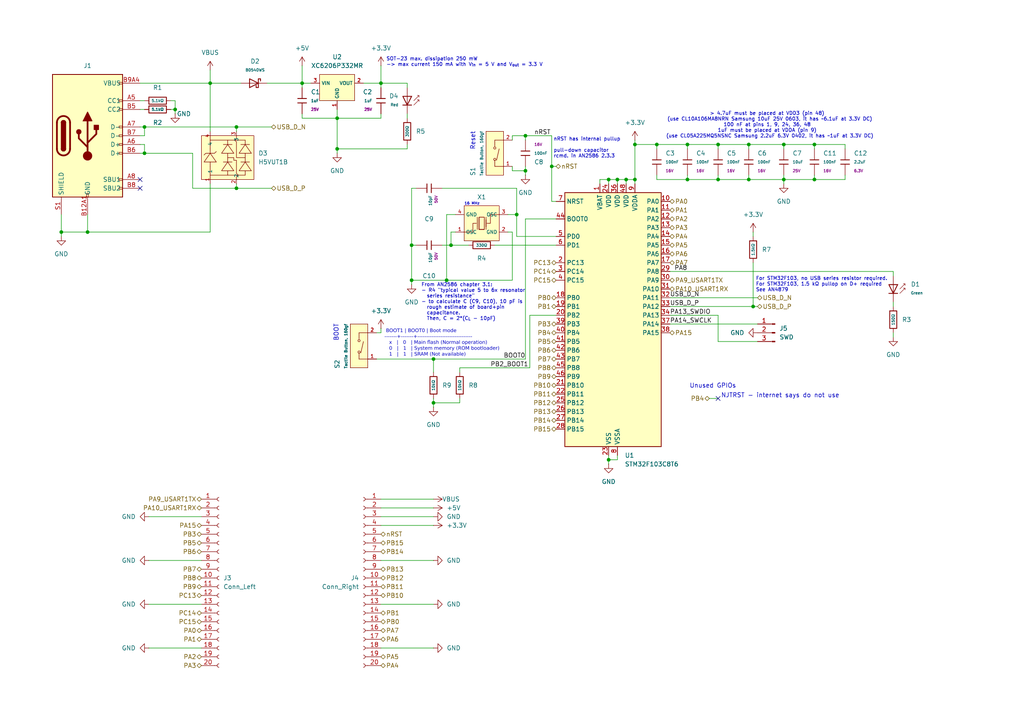
<source format=kicad_sch>
(kicad_sch
	(version 20250114)
	(generator "eeschema")
	(generator_version "9.0")
	(uuid "bca8bde7-1b71-423e-908f-8c2dd8a84df5")
	(paper "A4")
	(title_block
		(title "Pico STM32")
		(date "2025-09-05")
		(rev "1")
		(comment 1 "Copyright (c) 2025 Matthias Blankertz")
		(comment 2 "CC BY-SA 4.0")
	)
	
	(text "NJTRST - internet says do not use"
		(exclude_from_sim no)
		(at 226.314 114.808 0)
		(effects
			(font
				(size 1.27 1.27)
			)
		)
		(uuid "0de98a85-2cf7-4432-8650-a2f6ff1bb2bd")
	)
	(text "From AN2586 chapter 3.1:\n- R4 \"typical value 5 to 6x resonator\n  series resistance\"\n- to calculate C (C9, C10), 10 pF is\n  rough estimate of board+pin\n  capacitance.\n  Then, C = 2*(C_{L} - 10pF)"
		(exclude_from_sim no)
		(at 122.174 87.63 0)
		(effects
			(font
				(size 1.016 1.016)
			)
			(justify left)
			(href "https://www.st.com/resource/en/application_note/an2586-getting-started-with-stm32f10xxx-hardware-development-stmicroelectronics.pdf")
		)
		(uuid "176df50a-2bff-4e2c-ab47-bc8295068f50")
	)
	(text "nRST has internal pullup\n\npull-down capacitor\nrcmd. in AN2586 2.3.3"
		(exclude_from_sim no)
		(at 160.528 42.926 0)
		(effects
			(font
				(size 1.016 1.016)
			)
			(justify left)
		)
		(uuid "2be98501-37df-417a-ad86-6f0695c79dfa")
	)
	(text "Unused GPIOs"
		(exclude_from_sim no)
		(at 206.756 112.014 0)
		(effects
			(font
				(size 1.27 1.27)
			)
		)
		(uuid "51c5eb60-337e-43b4-95ae-026a33312373")
	)
	(text "SOT-23 max. dissipation 250 mW\n-> max current 150 mA with V_{in} = 5 V and V_{out} = 3.3 V"
		(exclude_from_sim no)
		(at 112.014 18.034 0)
		(effects
			(font
				(size 1.016 1.016)
			)
			(justify left)
		)
		(uuid "64608f3a-8257-4756-9539-456d0f847629")
	)
	(text "For STM32F103, no USB series resistor required.\nFor STM32F103, 1.5 kΩ pullop on D+ required\nSee AN4879"
		(exclude_from_sim no)
		(at 219.202 82.55 0)
		(effects
			(font
				(size 1.016 1.016)
			)
			(justify left)
			(href "https://www.st.com/resource/en/application_note/an4879-introduction-to-usb-hardware-and-pcb-guidelines-using-stm32-mcus-stmicroelectronics.pdf")
		)
		(uuid "923a1de2-3643-4080-9fb3-be3725fdf647")
	)
	(text "Reset"
		(exclude_from_sim no)
		(at 137.16 40.894 90)
		(effects
			(font
				(size 1.27 1.27)
			)
		)
		(uuid "9a0703c5-db31-4511-9301-5a1903bf4966")
	)
	(text " BOOT1 | BOOT0 | Boot mode\n-------+-------+-------------------------------\n   x   |   0   | Main flash (Normal operation) \n   0   |   1   | System memory (ROM bootloader)\n   1   |   1   | SRAM (Not available)    "
		(exclude_from_sim no)
		(at 111.506 99.822 0)
		(effects
			(font
				(face "Iosevka Fixed")
				(size 1.016 1.016)
			)
			(justify left)
		)
		(uuid "b229ff29-7b4e-4f5e-9307-6c0eb6b58f75")
	)
	(text "> 4.7uF must be placed at VDD3 (pin 48)\n  (use CL10A106MA8NRN Samsung 10uF 25V 0603, it has ~6.1uF at 3.3V DC)\n100 nF at pins 1, 9, 24, 36, 48\n1uF must be placed at VDDA (pin 9)\n  (use CL05A225MQ5NSNC Samsung 2.2uF 6.3V 0402, it has ~1uF at 3.3V DC)"
		(exclude_from_sim no)
		(at 222.504 36.322 0)
		(effects
			(font
				(size 1.016 1.016)
			)
		)
		(uuid "c7e8d18a-83ac-42b2-b506-7ba9b37b65f6")
	)
	(text "16 MHz"
		(exclude_from_sim no)
		(at 136.906 59.182 0)
		(effects
			(font
				(size 0.762 0.762)
			)
		)
		(uuid "d70d4257-6159-4ffa-9b12-2196703641cd")
	)
	(text "BOOT"
		(exclude_from_sim no)
		(at 97.536 96.52 90)
		(effects
			(font
				(size 1.27 1.27)
			)
		)
		(uuid "ff9fd2b2-9856-4537-9308-a463976340e4")
	)
	(junction
		(at 217.17 41.91)
		(diameter 0)
		(color 0 0 0 0)
		(uuid "065d8a08-0cc0-4d88-93a7-88b3b725b494")
	)
	(junction
		(at 50.8 31.75)
		(diameter 0)
		(color 0 0 0 0)
		(uuid "103c7078-b091-486c-9961-270d20c5fa4e")
	)
	(junction
		(at 119.38 71.12)
		(diameter 0)
		(color 0 0 0 0)
		(uuid "15413b07-760e-4612-bdb9-0c7dc4b805d0")
	)
	(junction
		(at 227.33 41.91)
		(diameter 0)
		(color 0 0 0 0)
		(uuid "1601b92f-71d9-4d86-992f-e61561130e14")
	)
	(junction
		(at 236.22 52.07)
		(diameter 0)
		(color 0 0 0 0)
		(uuid "19a2cf5b-9725-4a3c-8b9f-e3c7c652bc31")
	)
	(junction
		(at 119.38 81.28)
		(diameter 0)
		(color 0 0 0 0)
		(uuid "22183a79-352a-418e-9410-a081164910ab")
	)
	(junction
		(at 217.17 52.07)
		(diameter 0)
		(color 0 0 0 0)
		(uuid "2256fbd7-88da-4f86-8f52-e23ea7cebfa7")
	)
	(junction
		(at 176.53 133.35)
		(diameter 0)
		(color 0 0 0 0)
		(uuid "22ab1ee4-2596-4380-9289-7f99fefe9254")
	)
	(junction
		(at 97.79 43.18)
		(diameter 0)
		(color 0 0 0 0)
		(uuid "278f3007-587d-4cf7-9c18-84747c7ff29a")
	)
	(junction
		(at 152.4 39.37)
		(diameter 0)
		(color 0 0 0 0)
		(uuid "3168e21e-0f18-4020-9e1f-501e6a239c70")
	)
	(junction
		(at 130.81 71.12)
		(diameter 0)
		(color 0 0 0 0)
		(uuid "31dc9896-b36e-4eb4-8221-3d36e75247b5")
	)
	(junction
		(at 184.15 41.91)
		(diameter 0)
		(color 0 0 0 0)
		(uuid "33557d0c-5f70-4546-b478-094749793f07")
	)
	(junction
		(at 60.96 24.13)
		(diameter 0)
		(color 0 0 0 0)
		(uuid "39379791-c3bd-42da-9fb4-e87dd35b049b")
	)
	(junction
		(at 149.86 62.23)
		(diameter 0)
		(color 0 0 0 0)
		(uuid "3bd1067e-9fd9-4086-965a-3281a748804c")
	)
	(junction
		(at 68.58 54.61)
		(diameter 0)
		(color 0 0 0 0)
		(uuid "40f9cd4a-c934-47eb-b2ea-f151930eb46c")
	)
	(junction
		(at 199.39 41.91)
		(diameter 0)
		(color 0 0 0 0)
		(uuid "421724ed-ba9d-40d5-ba96-d9a8c55a9714")
	)
	(junction
		(at 110.49 24.13)
		(diameter 0)
		(color 0 0 0 0)
		(uuid "42ae7fa7-975c-4b9d-b61d-3b1757a0069f")
	)
	(junction
		(at 160.02 48.26)
		(diameter 0)
		(color 0 0 0 0)
		(uuid "4508a51a-0afe-4690-8b88-534cc0e6d891")
	)
	(junction
		(at 125.73 116.84)
		(diameter 0)
		(color 0 0 0 0)
		(uuid "4d000e9b-0676-4130-8f84-9d575bbaad57")
	)
	(junction
		(at 97.79 34.29)
		(diameter 0)
		(color 0 0 0 0)
		(uuid "620764c7-ce98-46b8-b03c-0dbce2e45af6")
	)
	(junction
		(at 181.61 52.07)
		(diameter 0)
		(color 0 0 0 0)
		(uuid "66aac186-b291-4fe5-abe7-3a005b31ce99")
	)
	(junction
		(at 208.28 41.91)
		(diameter 0)
		(color 0 0 0 0)
		(uuid "6725ce9c-ae8a-47d4-9e38-e905d0b3fd56")
	)
	(junction
		(at 87.63 24.13)
		(diameter 0)
		(color 0 0 0 0)
		(uuid "6e235f37-832b-40f5-a0bf-3837196270f2")
	)
	(junction
		(at 208.28 52.07)
		(diameter 0)
		(color 0 0 0 0)
		(uuid "77408af2-dee7-4b01-a160-e8b02254cd01")
	)
	(junction
		(at 199.39 52.07)
		(diameter 0)
		(color 0 0 0 0)
		(uuid "7970cdca-f962-4fae-a2b9-79985e96f473")
	)
	(junction
		(at 152.4 49.53)
		(diameter 0)
		(color 0 0 0 0)
		(uuid "8a7e82f3-8b14-42eb-be7f-be9905854acb")
	)
	(junction
		(at 41.91 44.45)
		(diameter 0)
		(color 0 0 0 0)
		(uuid "8d4d15e1-4622-4cfe-b72c-4bf1da183c0d")
	)
	(junction
		(at 179.07 52.07)
		(diameter 0)
		(color 0 0 0 0)
		(uuid "8ef48f3c-8372-4c96-90cc-688723088ee1")
	)
	(junction
		(at 176.53 52.07)
		(diameter 0)
		(color 0 0 0 0)
		(uuid "a777e426-f8d4-4d8e-a435-9f441d9ef241")
	)
	(junction
		(at 41.91 36.83)
		(diameter 0)
		(color 0 0 0 0)
		(uuid "b5ab0001-2136-4ab1-bc5c-218a0e327219")
	)
	(junction
		(at 129.54 81.28)
		(diameter 0)
		(color 0 0 0 0)
		(uuid "b9cee908-3d90-4d61-9acc-17cc3c752272")
	)
	(junction
		(at 190.5 41.91)
		(diameter 0)
		(color 0 0 0 0)
		(uuid "ba64f704-a023-4e84-b7c2-d42a5b748be0")
	)
	(junction
		(at 25.4 67.31)
		(diameter 0)
		(color 0 0 0 0)
		(uuid "bc3242d1-e7aa-4dd2-a8ea-7dc68ca5402d")
	)
	(junction
		(at 227.33 52.07)
		(diameter 0)
		(color 0 0 0 0)
		(uuid "c4958850-2520-437e-aee3-6ff0c9affc38")
	)
	(junction
		(at 184.15 52.07)
		(diameter 0)
		(color 0 0 0 0)
		(uuid "c899ae2f-4d41-4937-83b2-60035a1b6714")
	)
	(junction
		(at 218.44 88.9)
		(diameter 0)
		(color 0 0 0 0)
		(uuid "d030c756-8d9e-47a4-b01d-db1461876246")
	)
	(junction
		(at 125.73 104.14)
		(diameter 0)
		(color 0 0 0 0)
		(uuid "dd713638-8330-4d4e-9166-53531f6c61f5")
	)
	(junction
		(at 17.78 67.31)
		(diameter 0)
		(color 0 0 0 0)
		(uuid "e7fa8d3e-ffba-42d6-be8b-be07b35b23f8")
	)
	(junction
		(at 236.22 41.91)
		(diameter 0)
		(color 0 0 0 0)
		(uuid "f3a73adf-cd0b-42b8-83a3-441222f4b673")
	)
	(junction
		(at 68.58 36.83)
		(diameter 0)
		(color 0 0 0 0)
		(uuid "ffcf2942-a867-4fb0-9195-2750b27e5bee")
	)
	(no_connect
		(at 208.28 115.57)
		(uuid "2fd8e26c-4b23-4d9a-af38-2827c630dbcc")
	)
	(no_connect
		(at 40.64 54.61)
		(uuid "61e97ce0-595b-4816-b242-ef03e6c1d88d")
	)
	(no_connect
		(at 40.64 52.07)
		(uuid "e26ebe01-87ae-47ba-b97c-8ecb0eacd3b8")
	)
	(wire
		(pts
			(xy 236.22 41.91) (xy 245.11 41.91)
		)
		(stroke
			(width 0)
			(type default)
		)
		(uuid "0097b037-4430-45fb-946c-85f1fccc3d5c")
	)
	(wire
		(pts
			(xy 148.59 39.37) (xy 152.4 39.37)
		)
		(stroke
			(width 0)
			(type default)
		)
		(uuid "01a399c0-6e15-4412-b830-f88338aed5c0")
	)
	(wire
		(pts
			(xy 55.88 44.45) (xy 55.88 54.61)
		)
		(stroke
			(width 0)
			(type default)
		)
		(uuid "025f99fc-5cfb-481d-af4b-03cd703bb5eb")
	)
	(wire
		(pts
			(xy 227.33 52.07) (xy 227.33 53.34)
		)
		(stroke
			(width 0)
			(type default)
		)
		(uuid "0335a1b6-4505-4c65-aec4-b4419a7c90df")
	)
	(wire
		(pts
			(xy 190.5 52.07) (xy 199.39 52.07)
		)
		(stroke
			(width 0)
			(type default)
		)
		(uuid "03b490e4-dd04-4143-a932-6702d34fa076")
	)
	(wire
		(pts
			(xy 227.33 52.07) (xy 227.33 50.8)
		)
		(stroke
			(width 0)
			(type default)
		)
		(uuid "04d76157-c9e0-4f02-8ce2-0e6d5c6f2f8f")
	)
	(wire
		(pts
			(xy 105.41 24.13) (xy 110.49 24.13)
		)
		(stroke
			(width 0)
			(type default)
		)
		(uuid "0515086f-5e22-49a5-8cf4-bf8e1000405c")
	)
	(wire
		(pts
			(xy 217.17 41.91) (xy 227.33 41.91)
		)
		(stroke
			(width 0)
			(type default)
		)
		(uuid "054c11d5-3d3c-4a03-aecc-6f4cf8aaead7")
	)
	(wire
		(pts
			(xy 194.31 78.74) (xy 259.08 78.74)
		)
		(stroke
			(width 0)
			(type default)
		)
		(uuid "05f6f24a-51ab-41ca-bc04-584b4caf4f30")
	)
	(wire
		(pts
			(xy 87.63 33.02) (xy 87.63 34.29)
		)
		(stroke
			(width 0)
			(type default)
		)
		(uuid "070387b7-ff1c-4274-a63e-8e3660f735e1")
	)
	(wire
		(pts
			(xy 49.53 31.75) (xy 50.8 31.75)
		)
		(stroke
			(width 0)
			(type default)
		)
		(uuid "080f2a0c-6364-4bc3-9dbe-a067f2dfae67")
	)
	(wire
		(pts
			(xy 87.63 34.29) (xy 97.79 34.29)
		)
		(stroke
			(width 0)
			(type default)
		)
		(uuid "0916beaf-0094-4039-ab6a-f282d0a67c2e")
	)
	(wire
		(pts
			(xy 97.79 34.29) (xy 97.79 31.75)
		)
		(stroke
			(width 0)
			(type default)
		)
		(uuid "09549a0d-a9e2-4c94-82cd-ab6ed0a441ae")
	)
	(wire
		(pts
			(xy 217.17 52.07) (xy 227.33 52.07)
		)
		(stroke
			(width 0)
			(type default)
		)
		(uuid "0959e677-dfa9-4599-8694-5c5972fb2803")
	)
	(wire
		(pts
			(xy 119.38 81.28) (xy 129.54 81.28)
		)
		(stroke
			(width 0)
			(type default)
		)
		(uuid "0a416143-23ac-4545-8eef-ae880ecaf102")
	)
	(wire
		(pts
			(xy 130.81 67.31) (xy 130.81 71.12)
		)
		(stroke
			(width 0)
			(type default)
		)
		(uuid "0bbe351f-858d-4703-9800-dfa250a21279")
	)
	(wire
		(pts
			(xy 194.31 86.36) (xy 219.71 86.36)
		)
		(stroke
			(width 0)
			(type default)
		)
		(uuid "0c716ca3-2f56-4720-b4fb-38ed53141421")
	)
	(wire
		(pts
			(xy 97.79 43.18) (xy 97.79 34.29)
		)
		(stroke
			(width 0)
			(type default)
		)
		(uuid "0cdcc3b5-5cfc-40c8-b33b-6a9e6ad566f3")
	)
	(wire
		(pts
			(xy 184.15 41.91) (xy 184.15 52.07)
		)
		(stroke
			(width 0)
			(type default)
		)
		(uuid "0dc1b9f6-fd19-4414-bbc7-a91b4ad0c94b")
	)
	(wire
		(pts
			(xy 160.02 48.26) (xy 160.02 58.42)
		)
		(stroke
			(width 0)
			(type default)
		)
		(uuid "0f6c5b72-5dff-45e2-ba92-4861ec3e3e7e")
	)
	(wire
		(pts
			(xy 160.02 48.26) (xy 161.29 48.26)
		)
		(stroke
			(width 0)
			(type default)
		)
		(uuid "10bf5507-0ea9-4611-940e-2b51d0ab800d")
	)
	(wire
		(pts
			(xy 176.53 133.35) (xy 179.07 133.35)
		)
		(stroke
			(width 0)
			(type default)
		)
		(uuid "1130cc5e-8c8f-4bba-8f88-734b69ea4242")
	)
	(wire
		(pts
			(xy 40.64 36.83) (xy 41.91 36.83)
		)
		(stroke
			(width 0)
			(type default)
		)
		(uuid "12413652-0b9f-4790-a2a4-29086e8028a6")
	)
	(wire
		(pts
			(xy 118.11 41.91) (xy 118.11 43.18)
		)
		(stroke
			(width 0)
			(type default)
		)
		(uuid "12b2db09-979e-410f-a443-098cc835e58e")
	)
	(wire
		(pts
			(xy 199.39 41.91) (xy 199.39 43.18)
		)
		(stroke
			(width 0)
			(type default)
		)
		(uuid "13c4b3f7-53e7-4d41-bcbc-cab04e3563b1")
	)
	(wire
		(pts
			(xy 60.96 67.31) (xy 25.4 67.31)
		)
		(stroke
			(width 0)
			(type default)
		)
		(uuid "13d5e1bd-9636-4940-a436-cc09648f2a7d")
	)
	(wire
		(pts
			(xy 148.59 49.53) (xy 152.4 49.53)
		)
		(stroke
			(width 0)
			(type default)
		)
		(uuid "170ad039-596f-4980-8d32-15cf9b269ed2")
	)
	(wire
		(pts
			(xy 208.28 50.8) (xy 208.28 52.07)
		)
		(stroke
			(width 0)
			(type default)
		)
		(uuid "182e5232-0c66-4c2a-b93d-96a3c0e83063")
	)
	(wire
		(pts
			(xy 49.53 29.21) (xy 50.8 29.21)
		)
		(stroke
			(width 0)
			(type default)
		)
		(uuid "1b92e1a4-a62e-4999-bf30-81ac6f03a045")
	)
	(wire
		(pts
			(xy 68.58 53.34) (xy 68.58 54.61)
		)
		(stroke
			(width 0)
			(type default)
		)
		(uuid "1c618875-916e-4473-b51f-fbc7fb6be22e")
	)
	(wire
		(pts
			(xy 184.15 41.91) (xy 190.5 41.91)
		)
		(stroke
			(width 0)
			(type default)
		)
		(uuid "1d39a21f-7fb8-40b4-a13a-05bc329a7dfe")
	)
	(wire
		(pts
			(xy 110.49 19.05) (xy 110.49 24.13)
		)
		(stroke
			(width 0)
			(type default)
		)
		(uuid "1e84ca28-2ec2-4e4e-82ca-93dce779b195")
	)
	(wire
		(pts
			(xy 17.78 62.23) (xy 17.78 67.31)
		)
		(stroke
			(width 0)
			(type default)
		)
		(uuid "1f7b27e2-730c-4e88-b93d-8646c59b1bf4")
	)
	(wire
		(pts
			(xy 43.18 149.86) (xy 58.42 149.86)
		)
		(stroke
			(width 0)
			(type default)
		)
		(uuid "212f67e9-6148-4350-97ab-ac8bf9b0c148")
	)
	(wire
		(pts
			(xy 190.5 41.91) (xy 199.39 41.91)
		)
		(stroke
			(width 0)
			(type default)
		)
		(uuid "21ff2cbd-ece2-4314-af13-f0b02aefb6b3")
	)
	(wire
		(pts
			(xy 199.39 50.8) (xy 199.39 52.07)
		)
		(stroke
			(width 0)
			(type default)
		)
		(uuid "223195bf-982a-47bf-b7a1-05cafeb5433d")
	)
	(wire
		(pts
			(xy 133.35 106.68) (xy 153.67 106.68)
		)
		(stroke
			(width 0)
			(type default)
		)
		(uuid "22ab9b3b-841b-4efa-94a1-7cc12a197139")
	)
	(wire
		(pts
			(xy 208.28 91.44) (xy 208.28 99.06)
		)
		(stroke
			(width 0)
			(type default)
		)
		(uuid "258b7637-24cf-44b1-944f-558602ab9940")
	)
	(wire
		(pts
			(xy 120.65 54.61) (xy 119.38 54.61)
		)
		(stroke
			(width 0)
			(type default)
		)
		(uuid "2940b18d-0e4b-44f8-a084-c9f4a533d28b")
	)
	(wire
		(pts
			(xy 194.31 91.44) (xy 208.28 91.44)
		)
		(stroke
			(width 0)
			(type default)
		)
		(uuid "2c503e6f-8d32-46eb-ab74-8d2fc071f6a6")
	)
	(wire
		(pts
			(xy 41.91 36.83) (xy 68.58 36.83)
		)
		(stroke
			(width 0)
			(type default)
		)
		(uuid "2cabf226-415f-4a5f-911f-fc9459423348")
	)
	(wire
		(pts
			(xy 40.64 29.21) (xy 41.91 29.21)
		)
		(stroke
			(width 0)
			(type default)
		)
		(uuid "2ec23ed1-7b31-4876-9b3e-68d82f31f9a1")
	)
	(wire
		(pts
			(xy 218.44 88.9) (xy 219.71 88.9)
		)
		(stroke
			(width 0)
			(type default)
		)
		(uuid "30ec33a5-b646-405b-978c-70c5609ceeb1")
	)
	(wire
		(pts
			(xy 40.64 24.13) (xy 60.96 24.13)
		)
		(stroke
			(width 0)
			(type default)
		)
		(uuid "3187461c-d0a8-464d-98eb-213fcea72b62")
	)
	(wire
		(pts
			(xy 205.74 115.57) (xy 208.28 115.57)
		)
		(stroke
			(width 0)
			(type default)
		)
		(uuid "32236a9c-30d4-42a8-8fa6-3ef673c95b64")
	)
	(wire
		(pts
			(xy 119.38 82.55) (xy 119.38 81.28)
		)
		(stroke
			(width 0)
			(type default)
		)
		(uuid "3455cfc2-b98b-4e08-93da-14d84a0d30da")
	)
	(wire
		(pts
			(xy 176.53 133.35) (xy 176.53 134.62)
		)
		(stroke
			(width 0)
			(type default)
		)
		(uuid "345ad477-02fa-4d31-9efe-bcc6f2559e7c")
	)
	(wire
		(pts
			(xy 217.17 50.8) (xy 217.17 52.07)
		)
		(stroke
			(width 0)
			(type default)
		)
		(uuid "348ba0ac-8c92-4d0a-acb7-ec44b778b247")
	)
	(wire
		(pts
			(xy 148.59 40.64) (xy 148.59 39.37)
		)
		(stroke
			(width 0)
			(type default)
		)
		(uuid "364ed3ba-985f-4b25-a7e7-32aa150174dc")
	)
	(wire
		(pts
			(xy 259.08 96.52) (xy 259.08 97.79)
		)
		(stroke
			(width 0)
			(type default)
		)
		(uuid "371470ff-1404-48bd-9243-660b7f58cbe8")
	)
	(wire
		(pts
			(xy 125.73 144.78) (xy 110.49 144.78)
		)
		(stroke
			(width 0)
			(type default)
		)
		(uuid "385beb60-4fe4-4cd3-948b-867d317a9935")
	)
	(wire
		(pts
			(xy 118.11 33.02) (xy 118.11 34.29)
		)
		(stroke
			(width 0)
			(type default)
		)
		(uuid "39eca7aa-cad0-483b-8aad-e6c66b062b4f")
	)
	(wire
		(pts
			(xy 184.15 52.07) (xy 184.15 53.34)
		)
		(stroke
			(width 0)
			(type default)
		)
		(uuid "3be7f800-4021-4a45-a761-a596f8f144aa")
	)
	(wire
		(pts
			(xy 259.08 87.63) (xy 259.08 88.9)
		)
		(stroke
			(width 0)
			(type default)
		)
		(uuid "3f809cb4-0527-489a-9dac-70c3ca52fa9a")
	)
	(wire
		(pts
			(xy 25.4 67.31) (xy 25.4 62.23)
		)
		(stroke
			(width 0)
			(type default)
		)
		(uuid "40f8939b-0785-4ada-a543-c82c5669a1b1")
	)
	(wire
		(pts
			(xy 125.73 104.14) (xy 152.4 104.14)
		)
		(stroke
			(width 0)
			(type default)
		)
		(uuid "434f09b7-54f7-441e-8876-c781ee887611")
	)
	(wire
		(pts
			(xy 161.29 63.5) (xy 152.4 63.5)
		)
		(stroke
			(width 0)
			(type default)
		)
		(uuid "476d73e8-0433-4fa3-a3da-b352adea2c0d")
	)
	(wire
		(pts
			(xy 227.33 52.07) (xy 236.22 52.07)
		)
		(stroke
			(width 0)
			(type default)
		)
		(uuid "49a21735-870a-4e5f-85a5-bb8c80248446")
	)
	(wire
		(pts
			(xy 110.49 24.13) (xy 118.11 24.13)
		)
		(stroke
			(width 0)
			(type default)
		)
		(uuid "4b88a0dd-f525-4260-a933-daf8008f26a4")
	)
	(wire
		(pts
			(xy 125.73 104.14) (xy 125.73 107.95)
		)
		(stroke
			(width 0)
			(type default)
		)
		(uuid "4d00e364-1bd6-4eb7-9eae-4dffd132e4ef")
	)
	(wire
		(pts
			(xy 110.49 34.29) (xy 97.79 34.29)
		)
		(stroke
			(width 0)
			(type default)
		)
		(uuid "51cf0bf4-f4e0-4c33-b39d-a40ffee22c2d")
	)
	(wire
		(pts
			(xy 110.49 95.25) (xy 110.49 96.52)
		)
		(stroke
			(width 0)
			(type default)
		)
		(uuid "5207621d-c25b-4b36-9b52-4e922fda3dbe")
	)
	(wire
		(pts
			(xy 147.32 62.23) (xy 149.86 62.23)
		)
		(stroke
			(width 0)
			(type default)
		)
		(uuid "55ec3e1f-eaf9-48d7-984d-4fbcc3489f73")
	)
	(wire
		(pts
			(xy 119.38 81.28) (xy 119.38 71.12)
		)
		(stroke
			(width 0)
			(type default)
		)
		(uuid "56ced05a-af91-4822-a88e-1fd969b3db06")
	)
	(wire
		(pts
			(xy 128.27 71.12) (xy 130.81 71.12)
		)
		(stroke
			(width 0)
			(type default)
		)
		(uuid "5926bfd7-bb33-4c3f-b86a-0d6a379dfaf6")
	)
	(wire
		(pts
			(xy 208.28 41.91) (xy 199.39 41.91)
		)
		(stroke
			(width 0)
			(type default)
		)
		(uuid "593e1593-5ba3-4e65-aed3-72d4ab1e5b71")
	)
	(wire
		(pts
			(xy 125.73 149.86) (xy 110.49 149.86)
		)
		(stroke
			(width 0)
			(type default)
		)
		(uuid "593e2651-fdab-40bc-a01e-0ce3da57d4f5")
	)
	(wire
		(pts
			(xy 68.58 36.83) (xy 78.74 36.83)
		)
		(stroke
			(width 0)
			(type default)
		)
		(uuid "5b97d234-e498-4d8b-80c5-25087c37c863")
	)
	(wire
		(pts
			(xy 60.96 20.32) (xy 60.96 24.13)
		)
		(stroke
			(width 0)
			(type default)
		)
		(uuid "5f5bc9cd-f563-4fad-be54-78bdab75c228")
	)
	(wire
		(pts
			(xy 227.33 41.91) (xy 236.22 41.91)
		)
		(stroke
			(width 0)
			(type default)
		)
		(uuid "6083a791-9ce7-4fd8-816c-837580603d6b")
	)
	(wire
		(pts
			(xy 179.07 52.07) (xy 179.07 53.34)
		)
		(stroke
			(width 0)
			(type default)
		)
		(uuid "60847e99-495e-4112-880b-f814aee5838f")
	)
	(wire
		(pts
			(xy 125.73 187.96) (xy 110.49 187.96)
		)
		(stroke
			(width 0)
			(type default)
		)
		(uuid "60ec02ad-8b01-40dd-bd3c-76b4f7e4c1d4")
	)
	(wire
		(pts
			(xy 110.49 33.02) (xy 110.49 34.29)
		)
		(stroke
			(width 0)
			(type default)
		)
		(uuid "625a30e7-9564-47a8-8c9f-7208fbb65b67")
	)
	(wire
		(pts
			(xy 190.5 41.91) (xy 190.5 43.18)
		)
		(stroke
			(width 0)
			(type default)
		)
		(uuid "62cf9b78-46d6-488c-ae7a-113b09b3d341")
	)
	(wire
		(pts
			(xy 40.64 41.91) (xy 41.91 41.91)
		)
		(stroke
			(width 0)
			(type default)
		)
		(uuid "643bbc9e-2b05-4175-8968-57a98c401ed5")
	)
	(wire
		(pts
			(xy 125.73 162.56) (xy 110.49 162.56)
		)
		(stroke
			(width 0)
			(type default)
		)
		(uuid "6449dbc7-12a0-4677-984d-6f0b63ee6f63")
	)
	(wire
		(pts
			(xy 179.07 52.07) (xy 181.61 52.07)
		)
		(stroke
			(width 0)
			(type default)
		)
		(uuid "6476b196-d7e0-4527-8a59-ede3b00abf97")
	)
	(wire
		(pts
			(xy 176.53 52.07) (xy 179.07 52.07)
		)
		(stroke
			(width 0)
			(type default)
		)
		(uuid "68a14b13-3827-47ec-99e2-c6962b022a67")
	)
	(wire
		(pts
			(xy 236.22 52.07) (xy 245.11 52.07)
		)
		(stroke
			(width 0)
			(type default)
		)
		(uuid "6c658b45-4020-4105-963e-b3676651ba6d")
	)
	(wire
		(pts
			(xy 218.44 67.31) (xy 218.44 68.58)
		)
		(stroke
			(width 0)
			(type default)
		)
		(uuid "6f456bcd-5d4d-471d-8e13-4ead500dc0d5")
	)
	(wire
		(pts
			(xy 97.79 43.18) (xy 118.11 43.18)
		)
		(stroke
			(width 0)
			(type default)
		)
		(uuid "7153e7cc-5019-49ad-bc6c-786064a3c419")
	)
	(wire
		(pts
			(xy 125.73 115.57) (xy 125.73 116.84)
		)
		(stroke
			(width 0)
			(type default)
		)
		(uuid "71e95f9f-6ec9-4d5a-876a-9f73ed21d449")
	)
	(wire
		(pts
			(xy 129.54 81.28) (xy 148.59 81.28)
		)
		(stroke
			(width 0)
			(type default)
		)
		(uuid "73e47769-26b0-4b08-8758-a472b76152f9")
	)
	(wire
		(pts
			(xy 236.22 41.91) (xy 236.22 43.18)
		)
		(stroke
			(width 0)
			(type default)
		)
		(uuid "794ab667-c11b-4dfa-a362-8da8bdbce002")
	)
	(wire
		(pts
			(xy 153.67 106.68) (xy 153.67 91.44)
		)
		(stroke
			(width 0)
			(type default)
		)
		(uuid "797d097b-2be1-4e96-b46c-39ed5cbd89be")
	)
	(wire
		(pts
			(xy 160.02 58.42) (xy 161.29 58.42)
		)
		(stroke
			(width 0)
			(type default)
		)
		(uuid "7a0c1037-10fe-4d94-80a9-a067a8220228")
	)
	(wire
		(pts
			(xy 179.07 133.35) (xy 179.07 132.08)
		)
		(stroke
			(width 0)
			(type default)
		)
		(uuid "7a45c7c6-fe16-4faf-b666-de1a35a6741c")
	)
	(wire
		(pts
			(xy 208.28 41.91) (xy 208.28 43.18)
		)
		(stroke
			(width 0)
			(type default)
		)
		(uuid "7c22b9eb-d6e1-429e-ad7e-66f60c5a577c")
	)
	(wire
		(pts
			(xy 41.91 36.83) (xy 41.91 39.37)
		)
		(stroke
			(width 0)
			(type default)
		)
		(uuid "7c9eec9e-c747-4d50-8381-d15948de8d34")
	)
	(wire
		(pts
			(xy 152.4 63.5) (xy 152.4 104.14)
		)
		(stroke
			(width 0)
			(type default)
		)
		(uuid "81d8f5c0-f239-4e87-82db-54a04d48fd56")
	)
	(wire
		(pts
			(xy 148.59 49.53) (xy 148.59 48.26)
		)
		(stroke
			(width 0)
			(type default)
		)
		(uuid "85ce16ca-c2c7-43e9-b757-17791e05c255")
	)
	(wire
		(pts
			(xy 87.63 24.13) (xy 87.63 25.4)
		)
		(stroke
			(width 0)
			(type default)
		)
		(uuid "88784411-f0ff-47fc-8395-fc5b74e6deca")
	)
	(wire
		(pts
			(xy 148.59 67.31) (xy 148.59 81.28)
		)
		(stroke
			(width 0)
			(type default)
		)
		(uuid "88ec6734-e02f-4e96-8eef-7909f2a95585")
	)
	(wire
		(pts
			(xy 118.11 24.13) (xy 118.11 25.4)
		)
		(stroke
			(width 0)
			(type default)
		)
		(uuid "893c3585-5003-4114-8a25-bee4a3a97b8a")
	)
	(wire
		(pts
			(xy 120.65 71.12) (xy 119.38 71.12)
		)
		(stroke
			(width 0)
			(type default)
		)
		(uuid "89425256-6e23-45aa-861d-09d30ab10d1a")
	)
	(wire
		(pts
			(xy 110.49 96.52) (xy 109.22 96.52)
		)
		(stroke
			(width 0)
			(type default)
		)
		(uuid "8ab917fe-0a88-41e1-8227-5db2998ccc87")
	)
	(wire
		(pts
			(xy 50.8 31.75) (xy 50.8 33.02)
		)
		(stroke
			(width 0)
			(type default)
		)
		(uuid "8ac1172b-49cf-4729-82d7-4c44a1317776")
	)
	(wire
		(pts
			(xy 176.53 52.07) (xy 176.53 53.34)
		)
		(stroke
			(width 0)
			(type default)
		)
		(uuid "8b61a8ee-9183-4762-a892-38f93772fb54")
	)
	(wire
		(pts
			(xy 173.99 52.07) (xy 176.53 52.07)
		)
		(stroke
			(width 0)
			(type default)
		)
		(uuid "8cd46e7a-1013-439f-bf84-de2ebe9b4d59")
	)
	(wire
		(pts
			(xy 68.58 36.83) (xy 68.58 38.1)
		)
		(stroke
			(width 0)
			(type default)
		)
		(uuid "8eec735f-fd3f-4c75-a448-09687b31c790")
	)
	(wire
		(pts
			(xy 194.31 88.9) (xy 218.44 88.9)
		)
		(stroke
			(width 0)
			(type default)
		)
		(uuid "8f783960-9575-487d-b5df-a8b4e4c07913")
	)
	(wire
		(pts
			(xy 50.8 29.21) (xy 50.8 31.75)
		)
		(stroke
			(width 0)
			(type default)
		)
		(uuid "8f8fd213-4471-4323-b070-8d637ffd645e")
	)
	(wire
		(pts
			(xy 77.47 24.13) (xy 87.63 24.13)
		)
		(stroke
			(width 0)
			(type default)
		)
		(uuid "91c8da10-ccea-456b-ac64-1f17854e80c6")
	)
	(wire
		(pts
			(xy 125.73 116.84) (xy 125.73 118.11)
		)
		(stroke
			(width 0)
			(type default)
		)
		(uuid "91e6f490-4c2c-40fa-bb65-7b33ff67c893")
	)
	(wire
		(pts
			(xy 152.4 49.53) (xy 152.4 50.8)
		)
		(stroke
			(width 0)
			(type default)
		)
		(uuid "957be608-b024-4b9f-9954-bdcfeea0a048")
	)
	(wire
		(pts
			(xy 128.27 54.61) (xy 149.86 54.61)
		)
		(stroke
			(width 0)
			(type default)
		)
		(uuid "9610f41a-174e-4b23-a50b-78ec3609df28")
	)
	(wire
		(pts
			(xy 190.5 50.8) (xy 190.5 52.07)
		)
		(stroke
			(width 0)
			(type default)
		)
		(uuid "9a03175a-7f65-4cd6-a3d7-9ac4bd3ef52a")
	)
	(wire
		(pts
			(xy 132.08 62.23) (xy 129.54 62.23)
		)
		(stroke
			(width 0)
			(type default)
		)
		(uuid "9e301703-c39c-4c36-926f-9978f197300b")
	)
	(wire
		(pts
			(xy 60.96 24.13) (xy 60.96 38.1)
		)
		(stroke
			(width 0)
			(type default)
		)
		(uuid "9ece7b7b-3ce5-4614-8889-d228f80a72de")
	)
	(wire
		(pts
			(xy 184.15 40.64) (xy 184.15 41.91)
		)
		(stroke
			(width 0)
			(type default)
		)
		(uuid "9f94deb8-f3e5-4fd5-bcb6-627f38bb2e8a")
	)
	(wire
		(pts
			(xy 110.49 152.4) (xy 125.73 152.4)
		)
		(stroke
			(width 0)
			(type default)
		)
		(uuid "a1ff2e65-29cd-4bff-8467-8448f3a52a47")
	)
	(wire
		(pts
			(xy 153.67 91.44) (xy 161.29 91.44)
		)
		(stroke
			(width 0)
			(type default)
		)
		(uuid "a4fe3b2a-2c94-41af-8961-bc61c6befa8b")
	)
	(wire
		(pts
			(xy 245.11 41.91) (xy 245.11 43.18)
		)
		(stroke
			(width 0)
			(type default)
		)
		(uuid "a53ff22a-13d9-4ec1-9ac8-0f70cb53e0ef")
	)
	(wire
		(pts
			(xy 125.73 147.32) (xy 110.49 147.32)
		)
		(stroke
			(width 0)
			(type default)
		)
		(uuid "a6e5fe24-7338-4132-ab2e-e15765defd5a")
	)
	(wire
		(pts
			(xy 160.02 39.37) (xy 160.02 48.26)
		)
		(stroke
			(width 0)
			(type default)
		)
		(uuid "a7ac0b92-8565-471f-8b72-b30223f713d6")
	)
	(wire
		(pts
			(xy 218.44 76.2) (xy 218.44 88.9)
		)
		(stroke
			(width 0)
			(type default)
		)
		(uuid "a832cf45-ef5d-4e25-a7df-75b2dd1aa2cc")
	)
	(wire
		(pts
			(xy 119.38 71.12) (xy 119.38 54.61)
		)
		(stroke
			(width 0)
			(type default)
		)
		(uuid "a92bc40f-0094-4c69-899a-49a6dae6b7ae")
	)
	(wire
		(pts
			(xy 17.78 67.31) (xy 17.78 68.58)
		)
		(stroke
			(width 0)
			(type default)
		)
		(uuid "aa408401-686e-4243-92a8-8ca2f34ad7eb")
	)
	(wire
		(pts
			(xy 149.86 62.23) (xy 149.86 54.61)
		)
		(stroke
			(width 0)
			(type default)
		)
		(uuid "aad93ab5-c463-4c2b-ba4c-75c4d8ecbae9")
	)
	(wire
		(pts
			(xy 43.18 162.56) (xy 58.42 162.56)
		)
		(stroke
			(width 0)
			(type default)
		)
		(uuid "ac809e06-9f7e-4404-ac2f-24c6f4e46ed7")
	)
	(wire
		(pts
			(xy 208.28 52.07) (xy 217.17 52.07)
		)
		(stroke
			(width 0)
			(type default)
		)
		(uuid "b28a9049-19e9-4276-824a-2c282c5a92db")
	)
	(wire
		(pts
			(xy 199.39 52.07) (xy 208.28 52.07)
		)
		(stroke
			(width 0)
			(type default)
		)
		(uuid "b4392472-d169-41d6-bce0-df269c3cba02")
	)
	(wire
		(pts
			(xy 87.63 19.05) (xy 87.63 24.13)
		)
		(stroke
			(width 0)
			(type default)
		)
		(uuid "b4b17d82-abed-43a0-b91b-ac4a5ab9120a")
	)
	(wire
		(pts
			(xy 109.22 104.14) (xy 125.73 104.14)
		)
		(stroke
			(width 0)
			(type default)
		)
		(uuid "b53c2633-43a0-4d31-b497-3305b05e9b37")
	)
	(wire
		(pts
			(xy 147.32 67.31) (xy 148.59 67.31)
		)
		(stroke
			(width 0)
			(type default)
		)
		(uuid "b84f4aad-639d-4cd9-9484-9add37f0da39")
	)
	(wire
		(pts
			(xy 227.33 43.18) (xy 227.33 41.91)
		)
		(stroke
			(width 0)
			(type default)
		)
		(uuid "b8e813b3-9a73-4495-a4f5-7d912f53d029")
	)
	(wire
		(pts
			(xy 97.79 44.45) (xy 97.79 43.18)
		)
		(stroke
			(width 0)
			(type default)
		)
		(uuid "b911981b-d832-4ba3-870a-6bbb71fd1e81")
	)
	(wire
		(pts
			(xy 17.78 67.31) (xy 25.4 67.31)
		)
		(stroke
			(width 0)
			(type default)
		)
		(uuid "bbcde3bb-2163-496b-90f4-7391bebea132")
	)
	(wire
		(pts
			(xy 149.86 68.58) (xy 149.86 62.23)
		)
		(stroke
			(width 0)
			(type default)
		)
		(uuid "bcdc975d-2a05-474b-9281-d30664d6a32a")
	)
	(wire
		(pts
			(xy 55.88 54.61) (xy 68.58 54.61)
		)
		(stroke
			(width 0)
			(type default)
		)
		(uuid "bda5570b-be94-4dfd-ab66-ab9d7e222b0d")
	)
	(wire
		(pts
			(xy 236.22 52.07) (xy 236.22 50.8)
		)
		(stroke
			(width 0)
			(type default)
		)
		(uuid "c08427e8-30af-47ba-8bfa-50669b208c8d")
	)
	(wire
		(pts
			(xy 259.08 78.74) (xy 259.08 80.01)
		)
		(stroke
			(width 0)
			(type default)
		)
		(uuid "c261f353-d894-411c-8c3c-87aee846fcfe")
	)
	(wire
		(pts
			(xy 125.73 175.26) (xy 110.49 175.26)
		)
		(stroke
			(width 0)
			(type default)
		)
		(uuid "c3a628f3-16ca-4308-9705-79b7f122d855")
	)
	(wire
		(pts
			(xy 217.17 41.91) (xy 217.17 43.18)
		)
		(stroke
			(width 0)
			(type default)
		)
		(uuid "c4ae7d83-7d30-4083-badd-d0aa6cef50df")
	)
	(wire
		(pts
			(xy 245.11 52.07) (xy 245.11 50.8)
		)
		(stroke
			(width 0)
			(type default)
		)
		(uuid "cad572a1-cb74-4f77-b9c0-03354eb3dffe")
	)
	(wire
		(pts
			(xy 41.91 44.45) (xy 55.88 44.45)
		)
		(stroke
			(width 0)
			(type default)
		)
		(uuid "cbc13e4c-fcbf-40b2-b1a8-e3714e13d23d")
	)
	(wire
		(pts
			(xy 132.08 67.31) (xy 130.81 67.31)
		)
		(stroke
			(width 0)
			(type default)
		)
		(uuid "ccecd900-073f-4773-a29b-1b61d488bf7c")
	)
	(wire
		(pts
			(xy 194.31 93.98) (xy 219.71 93.98)
		)
		(stroke
			(width 0)
			(type default)
		)
		(uuid "ccf5e18a-82a2-456d-9450-1445b5b6b262")
	)
	(wire
		(pts
			(xy 41.91 44.45) (xy 40.64 44.45)
		)
		(stroke
			(width 0)
			(type default)
		)
		(uuid "cd63c8ec-6db2-4644-bdfb-262952751cbe")
	)
	(wire
		(pts
			(xy 129.54 62.23) (xy 129.54 81.28)
		)
		(stroke
			(width 0)
			(type default)
		)
		(uuid "ce687da7-98af-4c59-ad7d-9c69fad581f8")
	)
	(wire
		(pts
			(xy 152.4 39.37) (xy 152.4 40.64)
		)
		(stroke
			(width 0)
			(type default)
		)
		(uuid "d0700500-0ac5-416c-9910-6c382a25a5aa")
	)
	(wire
		(pts
			(xy 41.91 41.91) (xy 41.91 44.45)
		)
		(stroke
			(width 0)
			(type default)
		)
		(uuid "d243768d-fd8b-47cd-9c66-8b796ecc7af4")
	)
	(wire
		(pts
			(xy 133.35 116.84) (xy 125.73 116.84)
		)
		(stroke
			(width 0)
			(type default)
		)
		(uuid "d31b2331-be5d-4da2-98d5-9e1c7e6015e7")
	)
	(wire
		(pts
			(xy 152.4 48.26) (xy 152.4 49.53)
		)
		(stroke
			(width 0)
			(type default)
		)
		(uuid "d58a7961-c19e-4d6b-93e4-51d15cb2f897")
	)
	(wire
		(pts
			(xy 68.58 54.61) (xy 78.74 54.61)
		)
		(stroke
			(width 0)
			(type default)
		)
		(uuid "da0e1a54-9a5d-41ea-88d2-a8022bfbf05b")
	)
	(wire
		(pts
			(xy 133.35 106.68) (xy 133.35 107.95)
		)
		(stroke
			(width 0)
			(type default)
		)
		(uuid "db6a39b2-ab4b-4fbb-b18f-9ff823f672ee")
	)
	(wire
		(pts
			(xy 217.17 41.91) (xy 208.28 41.91)
		)
		(stroke
			(width 0)
			(type default)
		)
		(uuid "dc4c8322-4e08-4699-930d-aefe289960a9")
	)
	(wire
		(pts
			(xy 181.61 52.07) (xy 181.61 53.34)
		)
		(stroke
			(width 0)
			(type default)
		)
		(uuid "dd644320-aa92-43fd-9a1d-407aebae1c0d")
	)
	(wire
		(pts
			(xy 130.81 71.12) (xy 135.89 71.12)
		)
		(stroke
			(width 0)
			(type default)
		)
		(uuid "dfc26c7c-5d31-44f9-862b-fa3c0f51d30e")
	)
	(wire
		(pts
			(xy 152.4 39.37) (xy 160.02 39.37)
		)
		(stroke
			(width 0)
			(type default)
		)
		(uuid "dfecdc3b-d928-4656-b199-3a801ee6b24c")
	)
	(wire
		(pts
			(xy 43.18 175.26) (xy 58.42 175.26)
		)
		(stroke
			(width 0)
			(type default)
		)
		(uuid "e114854d-6eb6-42bd-90c6-dbbc56ccc3bb")
	)
	(wire
		(pts
			(xy 133.35 115.57) (xy 133.35 116.84)
		)
		(stroke
			(width 0)
			(type default)
		)
		(uuid "e212ea57-fab4-4d88-a1fe-1f332db27fb8")
	)
	(wire
		(pts
			(xy 60.96 53.34) (xy 60.96 67.31)
		)
		(stroke
			(width 0)
			(type default)
		)
		(uuid "e24775dd-26c1-4f80-87a4-7199ba0f2b94")
	)
	(wire
		(pts
			(xy 43.18 187.96) (xy 58.42 187.96)
		)
		(stroke
			(width 0)
			(type default)
		)
		(uuid "e31f93e9-25a0-4632-b863-201e22e9f81e")
	)
	(wire
		(pts
			(xy 90.17 24.13) (xy 87.63 24.13)
		)
		(stroke
			(width 0)
			(type default)
		)
		(uuid "e4e8e543-bdce-4170-a9ce-419be1e80151")
	)
	(wire
		(pts
			(xy 173.99 53.34) (xy 173.99 52.07)
		)
		(stroke
			(width 0)
			(type default)
		)
		(uuid "ec7fa9b0-5c01-4be7-af4b-308aca42352c")
	)
	(wire
		(pts
			(xy 143.51 71.12) (xy 161.29 71.12)
		)
		(stroke
			(width 0)
			(type default)
		)
		(uuid "ee29edf1-7f56-4b93-b27e-af9556f9182b")
	)
	(wire
		(pts
			(xy 181.61 52.07) (xy 184.15 52.07)
		)
		(stroke
			(width 0)
			(type default)
		)
		(uuid "f0fb9528-74d1-43ca-bfeb-1e20920bfa15")
	)
	(wire
		(pts
			(xy 40.64 31.75) (xy 41.91 31.75)
		)
		(stroke
			(width 0)
			(type default)
		)
		(uuid "f1a378cd-1ca7-4a7c-8449-d8409179f850")
	)
	(wire
		(pts
			(xy 208.28 99.06) (xy 219.71 99.06)
		)
		(stroke
			(width 0)
			(type default)
		)
		(uuid "f3922ef8-1800-4e38-b275-82396769a203")
	)
	(wire
		(pts
			(xy 161.29 68.58) (xy 149.86 68.58)
		)
		(stroke
			(width 0)
			(type default)
		)
		(uuid "f415b1e7-4f02-4fbd-a7ee-4a35220f5130")
	)
	(wire
		(pts
			(xy 176.53 132.08) (xy 176.53 133.35)
		)
		(stroke
			(width 0)
			(type default)
		)
		(uuid "f717693e-b495-45d4-af38-8cb0f6f736c5")
	)
	(wire
		(pts
			(xy 60.96 24.13) (xy 69.85 24.13)
		)
		(stroke
			(width 0)
			(type default)
		)
		(uuid "fae724b7-23fc-4999-85c5-cf2101f567d1")
	)
	(wire
		(pts
			(xy 41.91 39.37) (xy 40.64 39.37)
		)
		(stroke
			(width 0)
			(type default)
		)
		(uuid "fecc5ca3-1654-4752-aef7-f07b775f1952")
	)
	(wire
		(pts
			(xy 110.49 24.13) (xy 110.49 25.4)
		)
		(stroke
			(width 0)
			(type default)
		)
		(uuid "ffb6efc4-9bf4-483c-a5b7-70f6b29a36a8")
	)
	(label "PA14_SWCLK"
		(at 194.31 93.98 0)
		(effects
			(font
				(size 1.27 1.27)
			)
			(justify left bottom)
		)
		(uuid "0a7e8888-2a95-44f5-b56f-717cf2ddc9f9")
	)
	(label "PA8"
		(at 195.58 78.74 0)
		(effects
			(font
				(size 1.27 1.27)
			)
			(justify left bottom)
		)
		(uuid "2d97c37a-4c7d-4faf-a3fd-9e27583024a5")
	)
	(label "PB2_BOOT1"
		(at 142.24 106.68 0)
		(effects
			(font
				(size 1.27 1.27)
			)
			(justify left bottom)
		)
		(uuid "4cb66486-a92c-4545-9ee9-4ce2f3e6047e")
	)
	(label "USB_D_P"
		(at 194.31 88.9 0)
		(effects
			(font
				(size 1.27 1.27)
			)
			(justify left bottom)
		)
		(uuid "57e576a6-83a7-4bb0-8d29-fe19d95f2b36")
	)
	(label "PA13_SWDIO"
		(at 194.31 91.44 0)
		(effects
			(font
				(size 1.27 1.27)
			)
			(justify left bottom)
		)
		(uuid "6e6103e1-93a2-49fe-b7e1-5997b29d0ce3")
	)
	(label "USB_D_N"
		(at 194.31 86.36 0)
		(effects
			(font
				(size 1.27 1.27)
			)
			(justify left bottom)
		)
		(uuid "a21abf2c-9da6-4327-85a3-578d98558488")
	)
	(label "BOOT0"
		(at 146.05 104.14 0)
		(effects
			(font
				(size 1.27 1.27)
			)
			(justify left bottom)
		)
		(uuid "b9da0c35-6cfe-45fb-b61e-af316fa22731")
	)
	(label "nRST"
		(at 154.94 39.37 0)
		(effects
			(font
				(size 1.27 1.27)
			)
			(justify left bottom)
		)
		(uuid "d46a94e7-05a5-4eac-81b8-f01c083187c7")
	)
	(hierarchical_label "PC14"
		(shape bidirectional)
		(at 161.29 78.74 180)
		(effects
			(font
				(size 1.27 1.27)
			)
			(justify right)
		)
		(uuid "01be99c9-5e4f-48be-b0e3-6bf728dfe4dc")
	)
	(hierarchical_label "PA9_USART1TX"
		(shape bidirectional)
		(at 58.42 144.78 180)
		(effects
			(font
				(size 1.27 1.27)
			)
			(justify right)
		)
		(uuid "07ad0f3c-d834-4e44-b38a-298da51364cf")
	)
	(hierarchical_label "PC13"
		(shape bidirectional)
		(at 58.42 172.72 180)
		(effects
			(font
				(size 1.27 1.27)
			)
			(justify right)
		)
		(uuid "08115e9b-e3e9-4a45-964f-42538a7ca926")
	)
	(hierarchical_label "PB15"
		(shape bidirectional)
		(at 110.49 157.48 0)
		(effects
			(font
				(size 1.27 1.27)
			)
			(justify left)
		)
		(uuid "0d2676f1-a5f0-484f-90de-37efa3548daf")
	)
	(hierarchical_label "PB6"
		(shape bidirectional)
		(at 58.42 160.02 180)
		(effects
			(font
				(size 1.27 1.27)
			)
			(justify right)
		)
		(uuid "1df97df2-6da9-4bb8-bc60-17f89b2a4ae5")
	)
	(hierarchical_label "PB1"
		(shape bidirectional)
		(at 110.49 177.8 0)
		(effects
			(font
				(size 1.27 1.27)
			)
			(justify left)
		)
		(uuid "209d5347-d4d9-4b9a-86e4-ee403690a735")
	)
	(hierarchical_label "PA0"
		(shape bidirectional)
		(at 58.42 182.88 180)
		(effects
			(font
				(size 1.27 1.27)
			)
			(justify right)
		)
		(uuid "2565731f-2758-4153-88b0-47db9b1ca5db")
	)
	(hierarchical_label "PB3"
		(shape bidirectional)
		(at 58.42 154.94 180)
		(effects
			(font
				(size 1.27 1.27)
			)
			(justify right)
		)
		(uuid "2896f4b2-1b83-469b-89df-7b479f8b30cd")
	)
	(hierarchical_label "PB10"
		(shape bidirectional)
		(at 110.49 172.72 0)
		(effects
			(font
				(size 1.27 1.27)
			)
			(justify left)
		)
		(uuid "2e75ac4f-688f-49f9-b6f3-0f2df1bb842e")
	)
	(hierarchical_label "PB8"
		(shape bidirectional)
		(at 161.29 106.68 180)
		(effects
			(font
				(size 1.27 1.27)
			)
			(justify right)
		)
		(uuid "35a6c028-721b-4263-93f1-9a2e42b13ef5")
	)
	(hierarchical_label "PB12"
		(shape bidirectional)
		(at 161.29 116.84 180)
		(effects
			(font
				(size 1.27 1.27)
			)
			(justify right)
		)
		(uuid "35a6c028-721b-4263-93f1-9a2e42b13ef5")
	)
	(hierarchical_label "PB15"
		(shape bidirectional)
		(at 161.29 124.46 180)
		(effects
			(font
				(size 1.27 1.27)
			)
			(justify right)
		)
		(uuid "35a6c028-721b-4263-93f1-9a2e42b13ef5")
	)
	(hierarchical_label "PB13"
		(shape bidirectional)
		(at 161.29 119.38 180)
		(effects
			(font
				(size 1.27 1.27)
			)
			(justify right)
		)
		(uuid "35a6c028-721b-4263-93f1-9a2e42b13ef5")
	)
	(hierarchical_label "PB14"
		(shape bidirectional)
		(at 161.29 121.92 180)
		(effects
			(font
				(size 1.27 1.27)
			)
			(justify right)
		)
		(uuid "35a6c028-721b-4263-93f1-9a2e42b13ef5")
	)
	(hierarchical_label "PB10"
		(shape bidirectional)
		(at 161.29 111.76 180)
		(effects
			(font
				(size 1.27 1.27)
			)
			(justify right)
		)
		(uuid "35a6c028-721b-4263-93f1-9a2e42b13ef5")
	)
	(hierarchical_label "PB11"
		(shape bidirectional)
		(at 161.29 114.3 180)
		(effects
			(font
				(size 1.27 1.27)
			)
			(justify right)
		)
		(uuid "35a6c028-721b-4263-93f1-9a2e42b13ef5")
	)
	(hierarchical_label "PB9"
		(shape bidirectional)
		(at 161.29 109.22 180)
		(effects
			(font
				(size 1.27 1.27)
			)
			(justify right)
		)
		(uuid "35a6c028-721b-4263-93f1-9a2e42b13ef5")
	)
	(hierarchical_label "PB7"
		(shape bidirectional)
		(at 161.29 104.14 180)
		(effects
			(font
				(size 1.27 1.27)
			)
			(justify right)
		)
		(uuid "35a6c028-721b-4263-93f1-9a2e42b13ef5")
	)
	(hierarchical_label "PB5"
		(shape bidirectional)
		(at 161.29 99.06 180)
		(effects
			(font
				(size 1.27 1.27)
			)
			(justify right)
		)
		(uuid "35a6c028-721b-4263-93f1-9a2e42b13ef5")
	)
	(hierarchical_label "PB6"
		(shape bidirectional)
		(at 161.29 101.6 180)
		(effects
			(font
				(size 1.27 1.27)
			)
			(justify right)
		)
		(uuid "35a6c028-721b-4263-93f1-9a2e42b13ef5")
	)
	(hierarchical_label "PB4"
		(shape bidirectional)
		(at 161.29 96.52 180)
		(effects
			(font
				(size 1.27 1.27)
			)
			(justify right)
		)
		(uuid "35a6c028-721b-4263-93f1-9a2e42b13ef5")
	)
	(hierarchical_label "PB3"
		(shape bidirectional)
		(at 161.29 93.98 180)
		(effects
			(font
				(size 1.27 1.27)
			)
			(justify right)
		)
		(uuid "35a6c028-721b-4263-93f1-9a2e42b13ef5")
	)
	(hierarchical_label "PB0"
		(shape bidirectional)
		(at 161.29 86.36 180)
		(effects
			(font
				(size 1.27 1.27)
			)
			(justify right)
		)
		(uuid "35a6c028-721b-4263-93f1-9a2e42b13ef5")
	)
	(hierarchical_label "PB1"
		(shape bidirectional)
		(at 161.29 88.9 180)
		(effects
			(font
				(size 1.27 1.27)
			)
			(justify right)
		)
		(uuid "35a6c028-721b-4263-93f1-9a2e42b13ef5")
	)
	(hierarchical_label "PA15"
		(shape bidirectional)
		(at 194.31 96.52 0)
		(effects
			(font
				(size 1.27 1.27)
			)
			(justify left)
		)
		(uuid "4317a65a-aaac-4c3e-a450-841cd244cab5")
	)
	(hierarchical_label "PB5"
		(shape bidirectional)
		(at 58.42 157.48 180)
		(effects
			(font
				(size 1.27 1.27)
			)
			(justify right)
		)
		(uuid "483714e9-c82f-47cb-88d1-17d31cc647b5")
	)
	(hierarchical_label "PB14"
		(shape bidirectional)
		(at 110.49 160.02 0)
		(effects
			(font
				(size 1.27 1.27)
			)
			(justify left)
		)
		(uuid "4af3a3dd-e220-45c3-bbde-3eb02b0df4b3")
	)
	(hierarchical_label "PA5"
		(shape bidirectional)
		(at 110.49 190.5 0)
		(effects
			(font
				(size 1.27 1.27)
			)
			(justify left)
		)
		(uuid "4edd62af-2a2c-4a64-9d6c-9d11b84b5d22")
	)
	(hierarchical_label "PA1"
		(shape bidirectional)
		(at 58.42 185.42 180)
		(effects
			(font
				(size 1.27 1.27)
			)
			(justify right)
		)
		(uuid "50f0e7f7-7d23-4b46-b396-e94c2c4ea8be")
	)
	(hierarchical_label "PA0"
		(shape bidirectional)
		(at 194.31 58.42 0)
		(effects
			(font
				(size 1.27 1.27)
			)
			(justify left)
		)
		(uuid "525cedbe-51cf-47ed-8583-3a02114cc62b")
	)
	(hierarchical_label "PA1"
		(shape bidirectional)
		(at 194.31 60.96 0)
		(effects
			(font
				(size 1.27 1.27)
			)
			(justify left)
		)
		(uuid "525cedbe-51cf-47ed-8583-3a02114cc62b")
	)
	(hierarchical_label "PA3"
		(shape bidirectional)
		(at 194.31 66.04 0)
		(effects
			(font
				(size 1.27 1.27)
			)
			(justify left)
		)
		(uuid "525cedbe-51cf-47ed-8583-3a02114cc62b")
	)
	(hierarchical_label "PA2"
		(shape bidirectional)
		(at 194.31 63.5 0)
		(effects
			(font
				(size 1.27 1.27)
			)
			(justify left)
		)
		(uuid "525cedbe-51cf-47ed-8583-3a02114cc62b")
	)
	(hierarchical_label "PA4"
		(shape bidirectional)
		(at 194.31 68.58 0)
		(effects
			(font
				(size 1.27 1.27)
			)
			(justify left)
		)
		(uuid "525cedbe-51cf-47ed-8583-3a02114cc62b")
	)
	(hierarchical_label "PA5"
		(shape bidirectional)
		(at 194.31 71.12 0)
		(effects
			(font
				(size 1.27 1.27)
			)
			(justify left)
		)
		(uuid "525cedbe-51cf-47ed-8583-3a02114cc62b")
	)
	(hierarchical_label "PA6"
		(shape bidirectional)
		(at 194.31 73.66 0)
		(effects
			(font
				(size 1.27 1.27)
			)
			(justify left)
		)
		(uuid "525cedbe-51cf-47ed-8583-3a02114cc62b")
	)
	(hierarchical_label "PA7"
		(shape bidirectional)
		(at 194.31 76.2 0)
		(effects
			(font
				(size 1.27 1.27)
			)
			(justify left)
		)
		(uuid "525cedbe-51cf-47ed-8583-3a02114cc62b")
	)
	(hierarchical_label "USB_D_N"
		(shape bidirectional)
		(at 219.71 86.36 0)
		(effects
			(font
				(size 1.27 1.27)
			)
			(justify left)
		)
		(uuid "56ea433f-985f-4196-949b-b9cc0e0b4913")
	)
	(hierarchical_label "PB8"
		(shape bidirectional)
		(at 58.42 167.64 180)
		(effects
			(font
				(size 1.27 1.27)
			)
			(justify right)
		)
		(uuid "598e50d0-6f8a-4e55-9296-817a9cfbde18")
	)
	(hierarchical_label "PB4"
		(shape bidirectional)
		(at 205.74 115.57 180)
		(effects
			(font
				(size 1.27 1.27)
			)
			(justify right)
		)
		(uuid "681d769d-70f6-4a91-939c-370dce2b09d9")
	)
	(hierarchical_label "PA7"
		(shape bidirectional)
		(at 110.49 182.88 0)
		(effects
			(font
				(size 1.27 1.27)
			)
			(justify left)
		)
		(uuid "6f0d5a80-3429-4a58-90d0-a0c653ffd771")
	)
	(hierarchical_label "PB7"
		(shape bidirectional)
		(at 58.42 165.1 180)
		(effects
			(font
				(size 1.27 1.27)
			)
			(justify right)
		)
		(uuid "702a2c44-3676-41d0-b581-09780d336fde")
	)
	(hierarchical_label "PA2"
		(shape bidirectional)
		(at 58.42 190.5 180)
		(effects
			(font
				(size 1.27 1.27)
			)
			(justify right)
		)
		(uuid "785d2ed3-5696-4258-871a-1a8407bff16f")
	)
	(hierarchical_label "PB13"
		(shape bidirectional)
		(at 110.49 165.1 0)
		(effects
			(font
				(size 1.27 1.27)
			)
			(justify left)
		)
		(uuid "7c10c65b-b86b-4bbd-a88c-e19cb5d0e677")
	)
	(hierarchical_label "PA15"
		(shape bidirectional)
		(at 58.42 152.4 180)
		(effects
			(font
				(size 1.27 1.27)
			)
			(justify right)
		)
		(uuid "8649434d-3963-4552-9f57-9cfdea00a486")
	)
	(hierarchical_label "PA10_USART1RX"
		(shape bidirectional)
		(at 58.42 147.32 180)
		(effects
			(font
				(size 1.27 1.27)
			)
			(justify right)
		)
		(uuid "873f25ec-247e-4863-b574-f704038a4d37")
	)
	(hierarchical_label "PA6"
		(shape bidirectional)
		(at 110.49 185.42 0)
		(effects
			(font
				(size 1.27 1.27)
			)
			(justify left)
		)
		(uuid "8750aefb-4f98-4be6-b23e-25f970d4bd1f")
	)
	(hierarchical_label "PA4"
		(shape bidirectional)
		(at 110.49 193.04 0)
		(effects
			(font
				(size 1.27 1.27)
			)
			(justify left)
		)
		(uuid "8bb11ee3-a85f-401b-8eab-0ad02cd4c0fc")
	)
	(hierarchical_label "PC15"
		(shape bidirectional)
		(at 58.42 180.34 180)
		(effects
			(font
				(size 1.27 1.27)
			)
			(justify right)
		)
		(uuid "990a00a1-5019-4fa3-b0ee-360d06b050f2")
	)
	(hierarchical_label "USB_D_N"
		(shape bidirectional)
		(at 78.74 36.83 0)
		(effects
			(font
				(size 1.27 1.27)
			)
			(justify left)
		)
		(uuid "a5b0743a-27b2-4f7b-82ba-f61a94cd9343")
	)
	(hierarchical_label "PC13"
		(shape bidirectional)
		(at 161.29 76.2 180)
		(effects
			(font
				(size 1.27 1.27)
			)
			(justify right)
		)
		(uuid "a724254e-d2e8-4295-9ed3-98a0c5355cfa")
	)
	(hierarchical_label "USB_D_P"
		(shape bidirectional)
		(at 78.74 54.61 0)
		(effects
			(font
				(size 1.27 1.27)
			)
			(justify left)
		)
		(uuid "ad0c54b8-886d-4c19-8362-117b2c8d4639")
	)
	(hierarchical_label "PB12"
		(shape bidirectional)
		(at 110.49 167.64 0)
		(effects
			(font
				(size 1.27 1.27)
			)
			(justify left)
		)
		(uuid "b3f4ec00-5d64-482c-a575-0e91502f139d")
	)
	(hierarchical_label "nRST"
		(shape bidirectional)
		(at 161.29 48.26 0)
		(effects
			(font
				(size 1.27 1.27)
			)
			(justify left)
		)
		(uuid "b734457a-32f8-47ac-908f-90ccba9cbb05")
	)
	(hierarchical_label "PC15"
		(shape bidirectional)
		(at 161.29 81.28 180)
		(effects
			(font
				(size 1.27 1.27)
			)
			(justify right)
		)
		(uuid "c5a766b0-4078-48be-a1fb-43bcf701af1f")
	)
	(hierarchical_label "PA10_USART1RX"
		(shape bidirectional)
		(at 194.31 83.82 0)
		(effects
			(font
				(size 1.27 1.27)
			)
			(justify left)
		)
		(uuid "cbf68b0b-60f1-4d5a-9113-39c13e521651")
	)
	(hierarchical_label "nRST"
		(shape bidirectional)
		(at 110.49 154.94 0)
		(effects
			(font
				(size 1.27 1.27)
			)
			(justify left)
		)
		(uuid "cfd0ec72-e2a1-4b03-9857-d59f0e04fbfe")
	)
	(hierarchical_label "PB11"
		(shape bidirectional)
		(at 110.49 170.18 0)
		(effects
			(font
				(size 1.27 1.27)
			)
			(justify left)
		)
		(uuid "d216e4bb-8648-44de-9a0e-450b909ccef9")
	)
	(hierarchical_label "PB9"
		(shape bidirectional)
		(at 58.42 170.18 180)
		(effects
			(font
				(size 1.27 1.27)
			)
			(justify right)
		)
		(uuid "debacaa6-3d71-4456-8dc5-5962a0e22b78")
	)
	(hierarchical_label "PC14"
		(shape bidirectional)
		(at 58.42 177.8 180)
		(effects
			(font
				(size 1.27 1.27)
			)
			(justify right)
		)
		(uuid "e51ac7a0-9af2-47aa-aee7-7d46d3a5df2a")
	)
	(hierarchical_label "PA3"
		(shape bidirectional)
		(at 58.42 193.04 180)
		(effects
			(font
				(size 1.27 1.27)
			)
			(justify right)
		)
		(uuid "edf8adf0-dae9-467b-99ef-e56b58d3aeb7")
	)
	(hierarchical_label "PA9_USART1TX"
		(shape bidirectional)
		(at 194.31 81.28 0)
		(effects
			(font
				(size 1.27 1.27)
			)
			(justify left)
		)
		(uuid "f140e959-cba3-4346-9b98-334af1c61544")
	)
	(hierarchical_label "PB0"
		(shape bidirectional)
		(at 110.49 180.34 0)
		(effects
			(font
				(size 1.27 1.27)
			)
			(justify left)
		)
		(uuid "f9fdb42a-e9de-4de2-a175-de17f6f411dc")
	)
	(hierarchical_label "USB_D_P"
		(shape bidirectional)
		(at 219.71 88.9 0)
		(effects
			(font
				(size 1.27 1.27)
			)
			(justify left)
		)
		(uuid "fe9681ef-66d5-4e06-be0e-9adabb6d7eb7")
	)
	(symbol
		(lib_id "PCM_JLCPCB-Diodes:Schottky,B0540WS")
		(at 73.66 24.13 90)
		(unit 1)
		(exclude_from_sim no)
		(in_bom yes)
		(on_board yes)
		(dnp no)
		(fields_autoplaced yes)
		(uuid "001cced7-9698-42ee-8973-f17f55532bc9")
		(property "Reference" "D2"
			(at 73.9775 17.78 90)
			(effects
				(font
					(size 1.27 1.27)
				)
			)
		)
		(property "Value" "B0540WS"
			(at 73.9775 20.32 90)
			(effects
				(font
					(size 0.8 0.8)
				)
			)
		)
		(property "Footprint" "PCM_JLCPCB:D_SOD-323"
			(at 73.66 25.908 90)
			(effects
				(font
					(size 1.27 1.27)
				)
				(hide yes)
			)
		)
		(property "Datasheet" "https://wmsc.lcsc.com/wmsc/upload/file/pdf/v2/lcsc/2308281514_hongjiacheng-B0540WS_C7420326.pdf"
			(at 73.66 24.13 0)
			(effects
				(font
					(size 1.27 1.27)
				)
				(hide yes)
			)
		)
		(property "Description" "40V Independent Type 500mA 510mV@500mA SOD-323 Schottky Diodes ROHS"
			(at 73.66 24.13 0)
			(effects
				(font
					(size 1.27 1.27)
				)
				(hide yes)
			)
		)
		(property "LCSC" "C7420326"
			(at 73.66 24.13 0)
			(effects
				(font
					(size 1.27 1.27)
				)
				(hide yes)
			)
		)
		(property "Stock" "261810"
			(at 73.66 24.13 0)
			(effects
				(font
					(size 1.27 1.27)
				)
				(hide yes)
			)
		)
		(property "Price" "0.018USD"
			(at 73.66 24.13 0)
			(effects
				(font
					(size 1.27 1.27)
				)
				(hide yes)
			)
		)
		(property "Process" "SMT"
			(at 73.66 24.13 0)
			(effects
				(font
					(size 1.27 1.27)
				)
				(hide yes)
			)
		)
		(property "Minimum Qty" "20"
			(at 73.66 24.13 0)
			(effects
				(font
					(size 1.27 1.27)
				)
				(hide yes)
			)
		)
		(property "Attrition Qty" "6"
			(at 73.66 24.13 0)
			(effects
				(font
					(size 1.27 1.27)
				)
				(hide yes)
			)
		)
		(property "Class" "Preferred Component"
			(at 73.66 24.13 0)
			(effects
				(font
					(size 1.27 1.27)
				)
				(hide yes)
			)
		)
		(property "Category" "Diodes,Schottky Barrier Diodes (SBD)"
			(at 73.66 24.13 0)
			(effects
				(font
					(size 1.27 1.27)
				)
				(hide yes)
			)
		)
		(property "Manufacturer" "hongjiacheng"
			(at 73.66 24.13 0)
			(effects
				(font
					(size 1.27 1.27)
				)
				(hide yes)
			)
		)
		(property "Part" "B0540WS"
			(at 73.66 24.13 0)
			(effects
				(font
					(size 1.27 1.27)
				)
				(hide yes)
			)
		)
		(pin "2"
			(uuid "ef77a966-4603-4621-a288-6466a099b14b")
		)
		(pin "1"
			(uuid "dfbbf68a-643e-46a5-8d84-731d6f7dc068")
		)
		(instances
			(project ""
				(path "/bca8bde7-1b71-423e-908f-8c2dd8a84df5"
					(reference "D2")
					(unit 1)
				)
			)
		)
	)
	(symbol
		(lib_id "PCM_JLCPCB-Capacitors:0402,10pF")
		(at 124.46 71.12 90)
		(mirror x)
		(unit 1)
		(exclude_from_sim no)
		(in_bom yes)
		(on_board yes)
		(dnp no)
		(uuid "09f9b246-e654-45aa-ac19-20d3e8911708")
		(property "Reference" "C10"
			(at 124.46 80.01 90)
			(effects
				(font
					(size 1.27 1.27)
				)
			)
		)
		(property "Value" "10pF"
			(at 124.8382 73.152 0)
			(effects
				(font
					(size 0.8 0.8)
				)
				(justify left)
			)
		)
		(property "Footprint" "PCM_JLCPCB:C_0402"
			(at 124.46 69.342 90)
			(effects
				(font
					(size 1.27 1.27)
				)
				(hide yes)
			)
		)
		(property "Datasheet" "https://www.lcsc.com/datasheet/lcsc_datasheet_2304140030_Samsung-Electro-Mechanics-CL05C100JB5NNNC_C32949.pdf"
			(at 124.46 71.12 0)
			(effects
				(font
					(size 1.27 1.27)
				)
				(hide yes)
			)
		)
		(property "Description" "50V 10pF C0G ±5% 0402 Multilayer Ceramic Capacitors MLCC - SMD/SMT ROHS"
			(at 124.46 71.12 0)
			(effects
				(font
					(size 1.27 1.27)
				)
				(hide yes)
			)
		)
		(property "LCSC" "C32949"
			(at 124.46 71.12 0)
			(effects
				(font
					(size 1.27 1.27)
				)
				(hide yes)
			)
		)
		(property "Stock" "564575"
			(at 124.46 71.12 0)
			(effects
				(font
					(size 1.27 1.27)
				)
				(hide yes)
			)
		)
		(property "Price" "0.007USD"
			(at 124.46 71.12 0)
			(effects
				(font
					(size 1.27 1.27)
				)
				(hide yes)
			)
		)
		(property "Process" "SMT"
			(at 124.46 71.12 0)
			(effects
				(font
					(size 1.27 1.27)
				)
				(hide yes)
			)
		)
		(property "Minimum Qty" "20"
			(at 124.46 71.12 0)
			(effects
				(font
					(size 1.27 1.27)
				)
				(hide yes)
			)
		)
		(property "Attrition Qty" "10"
			(at 124.46 71.12 0)
			(effects
				(font
					(size 1.27 1.27)
				)
				(hide yes)
			)
		)
		(property "Class" "Basic Component"
			(at 124.46 71.12 0)
			(effects
				(font
					(size 1.27 1.27)
				)
				(hide yes)
			)
		)
		(property "Category" "Capacitors,Multilayer Ceramic Capacitors MLCC - SMD/SMT"
			(at 124.46 71.12 0)
			(effects
				(font
					(size 1.27 1.27)
				)
				(hide yes)
			)
		)
		(property "Manufacturer" "Samsung Electro-Mechanics"
			(at 124.46 71.12 0)
			(effects
				(font
					(size 1.27 1.27)
				)
				(hide yes)
			)
		)
		(property "Part" "CL05C100JB5NNNC"
			(at 124.46 71.12 0)
			(effects
				(font
					(size 1.27 1.27)
				)
				(hide yes)
			)
		)
		(property "Voltage Rated" "50V"
			(at 126.5062 73.152 0)
			(effects
				(font
					(size 0.8 0.8)
				)
				(justify left)
			)
		)
		(property "Tolerance" "±5%"
			(at 124.46 71.12 0)
			(effects
				(font
					(size 1.27 1.27)
				)
				(hide yes)
			)
		)
		(property "Capacitance" "10pF"
			(at 124.46 71.12 0)
			(effects
				(font
					(size 1.27 1.27)
				)
				(hide yes)
			)
		)
		(property "Temperature Coefficient" "C0G"
			(at 124.46 71.12 0)
			(effects
				(font
					(size 1.27 1.27)
				)
				(hide yes)
			)
		)
		(pin "2"
			(uuid "2516cf8a-170d-41a1-bbe7-05c89b855aca")
		)
		(pin "1"
			(uuid "245ebada-6a8e-48b8-9f38-5ba2163b9c1a")
		)
		(instances
			(project "mini-stm-board"
				(path "/bca8bde7-1b71-423e-908f-8c2dd8a84df5"
					(reference "C10")
					(unit 1)
				)
			)
		)
	)
	(symbol
		(lib_id "PCM_JLCPCB-Capacitors:0402,100nF")
		(at 236.22 46.99 0)
		(unit 1)
		(exclude_from_sim no)
		(in_bom yes)
		(on_board yes)
		(dnp no)
		(fields_autoplaced yes)
		(uuid "0e347212-8c47-4b33-8ec3-e5561d84a4a8")
		(property "Reference" "C11"
			(at 238.76 44.4499 0)
			(effects
				(font
					(size 1.27 1.27)
				)
				(justify left)
			)
		)
		(property "Value" "100nF"
			(at 238.76 46.99 0)
			(effects
				(font
					(size 0.8 0.8)
				)
				(justify left)
			)
		)
		(property "Footprint" "PCM_JLCPCB:C_0402"
			(at 234.442 46.99 90)
			(effects
				(font
					(size 1.27 1.27)
				)
				(hide yes)
			)
		)
		(property "Datasheet" "https://www.lcsc.com/datasheet/lcsc_datasheet_2304140030_Samsung-Electro-Mechanics-CL05B104KO5NNNC_C1525.pdf"
			(at 236.22 46.99 0)
			(effects
				(font
					(size 1.27 1.27)
				)
				(hide yes)
			)
		)
		(property "Description" "16V 100nF X7R ±10% 0402 Multilayer Ceramic Capacitors MLCC - SMD/SMT ROHS"
			(at 236.22 46.99 0)
			(effects
				(font
					(size 1.27 1.27)
				)
				(hide yes)
			)
		)
		(property "LCSC" "C1525"
			(at 236.22 46.99 0)
			(effects
				(font
					(size 1.27 1.27)
				)
				(hide yes)
			)
		)
		(property "Stock" "20208285"
			(at 236.22 46.99 0)
			(effects
				(font
					(size 1.27 1.27)
				)
				(hide yes)
			)
		)
		(property "Price" "0.004USD"
			(at 236.22 46.99 0)
			(effects
				(font
					(size 1.27 1.27)
				)
				(hide yes)
			)
		)
		(property "Process" "SMT"
			(at 236.22 46.99 0)
			(effects
				(font
					(size 1.27 1.27)
				)
				(hide yes)
			)
		)
		(property "Minimum Qty" "20"
			(at 236.22 46.99 0)
			(effects
				(font
					(size 1.27 1.27)
				)
				(hide yes)
			)
		)
		(property "Attrition Qty" "10"
			(at 236.22 46.99 0)
			(effects
				(font
					(size 1.27 1.27)
				)
				(hide yes)
			)
		)
		(property "Class" "Basic Component"
			(at 236.22 46.99 0)
			(effects
				(font
					(size 1.27 1.27)
				)
				(hide yes)
			)
		)
		(property "Category" "Capacitors,Multilayer Ceramic Capacitors MLCC - SMD/SMT"
			(at 236.22 46.99 0)
			(effects
				(font
					(size 1.27 1.27)
				)
				(hide yes)
			)
		)
		(property "Manufacturer" "Samsung Electro-Mechanics"
			(at 236.22 46.99 0)
			(effects
				(font
					(size 1.27 1.27)
				)
				(hide yes)
			)
		)
		(property "Part" "CL05B104KO5NNNC"
			(at 236.22 46.99 0)
			(effects
				(font
					(size 1.27 1.27)
				)
				(hide yes)
			)
		)
		(property "Voltage Rated" "16V"
			(at 238.76 49.53 0)
			(effects
				(font
					(size 0.8 0.8)
				)
				(justify left)
			)
		)
		(property "Tolerance" "±10%"
			(at 236.22 46.99 0)
			(effects
				(font
					(size 1.27 1.27)
				)
				(hide yes)
			)
		)
		(property "Capacitance" "100nF"
			(at 236.22 46.99 0)
			(effects
				(font
					(size 1.27 1.27)
				)
				(hide yes)
			)
		)
		(property "Temperature Coefficient" "X7R"
			(at 236.22 46.99 0)
			(effects
				(font
					(size 1.27 1.27)
				)
				(hide yes)
			)
		)
		(pin "1"
			(uuid "c4cd4f76-9db2-48c5-a9c8-f3c745a0ff93")
		)
		(pin "2"
			(uuid "73d8cf0f-0286-4e1d-8b2a-14ddd716b8d3")
		)
		(instances
			(project "mini-stm-board"
				(path "/bca8bde7-1b71-423e-908f-8c2dd8a84df5"
					(reference "C11")
					(unit 1)
				)
			)
		)
	)
	(symbol
		(lib_id "power:GND")
		(at 176.53 134.62 0)
		(unit 1)
		(exclude_from_sim no)
		(in_bom yes)
		(on_board yes)
		(dnp no)
		(fields_autoplaced yes)
		(uuid "10088fb7-f38e-438d-8267-eccbf590504c")
		(property "Reference" "#PWR06"
			(at 176.53 140.97 0)
			(effects
				(font
					(size 1.27 1.27)
				)
				(hide yes)
			)
		)
		(property "Value" "GND"
			(at 176.53 139.7 0)
			(effects
				(font
					(size 1.27 1.27)
				)
			)
		)
		(property "Footprint" ""
			(at 176.53 134.62 0)
			(effects
				(font
					(size 1.27 1.27)
				)
				(hide yes)
			)
		)
		(property "Datasheet" ""
			(at 176.53 134.62 0)
			(effects
				(font
					(size 1.27 1.27)
				)
				(hide yes)
			)
		)
		(property "Description" "Power symbol creates a global label with name \"GND\" , ground"
			(at 176.53 134.62 0)
			(effects
				(font
					(size 1.27 1.27)
				)
				(hide yes)
			)
		)
		(pin "1"
			(uuid "32fd717b-bbab-43ee-92c0-3e0f4a5c10dd")
		)
		(instances
			(project "mini-stm-board"
				(path "/bca8bde7-1b71-423e-908f-8c2dd8a84df5"
					(reference "#PWR06")
					(unit 1)
				)
			)
		)
	)
	(symbol
		(lib_id "power:GND")
		(at 50.8 33.02 0)
		(unit 1)
		(exclude_from_sim no)
		(in_bom yes)
		(on_board yes)
		(dnp no)
		(uuid "1f9f0a40-537b-4ddb-a940-96eebbe6748f")
		(property "Reference" "#PWR05"
			(at 50.8 39.37 0)
			(effects
				(font
					(size 1.27 1.27)
				)
				(hide yes)
			)
		)
		(property "Value" "GND"
			(at 53.34 33.02 0)
			(effects
				(font
					(size 1.27 1.27)
				)
			)
		)
		(property "Footprint" ""
			(at 50.8 33.02 0)
			(effects
				(font
					(size 1.27 1.27)
				)
				(hide yes)
			)
		)
		(property "Datasheet" ""
			(at 50.8 33.02 0)
			(effects
				(font
					(size 1.27 1.27)
				)
				(hide yes)
			)
		)
		(property "Description" "Power symbol creates a global label with name \"GND\" , ground"
			(at 50.8 33.02 0)
			(effects
				(font
					(size 1.27 1.27)
				)
				(hide yes)
			)
		)
		(pin "1"
			(uuid "413593ed-fe1a-48dc-a4bc-e0a2486f93c1")
		)
		(instances
			(project "mini-stm-board"
				(path "/bca8bde7-1b71-423e-908f-8c2dd8a84df5"
					(reference "#PWR05")
					(unit 1)
				)
			)
		)
	)
	(symbol
		(lib_id "PCM_JLCPCB-Resistors:0402,300Ω")
		(at 118.11 38.1 0)
		(unit 1)
		(exclude_from_sim no)
		(in_bom yes)
		(on_board yes)
		(dnp no)
		(fields_autoplaced yes)
		(uuid "20124c4c-8c54-46b7-8825-c348da793eb8")
		(property "Reference" "R5"
			(at 120.65 38.0999 0)
			(effects
				(font
					(size 1.27 1.27)
				)
				(justify left)
			)
		)
		(property "Value" "300Ω"
			(at 118.11 38.1 90)
			(do_not_autoplace yes)
			(effects
				(font
					(size 0.8 0.8)
				)
			)
		)
		(property "Footprint" "PCM_JLCPCB:R_0402"
			(at 116.332 38.1 90)
			(effects
				(font
					(size 1.27 1.27)
				)
				(hide yes)
			)
		)
		(property "Datasheet" "https://www.lcsc.com/datasheet/lcsc_datasheet_2205311900_UNI-ROYAL-Uniroyal-Elec-0402WGF3000TCE_C25102.pdf"
			(at 118.11 38.1 0)
			(effects
				(font
					(size 1.27 1.27)
				)
				(hide yes)
			)
		)
		(property "Description" "62.5mW Thick Film Resistors 50V ±100ppm/°C ±1% 300Ω 0402 Chip Resistor - Surface Mount ROHS"
			(at 118.11 38.1 0)
			(effects
				(font
					(size 1.27 1.27)
				)
				(hide yes)
			)
		)
		(property "LCSC" "C25102"
			(at 118.11 38.1 0)
			(effects
				(font
					(size 1.27 1.27)
				)
				(hide yes)
			)
		)
		(property "Stock" "234904"
			(at 118.11 38.1 0)
			(effects
				(font
					(size 1.27 1.27)
				)
				(hide yes)
			)
		)
		(property "Price" "0.004USD"
			(at 118.11 38.1 0)
			(effects
				(
... [129610 chars truncated]
</source>
